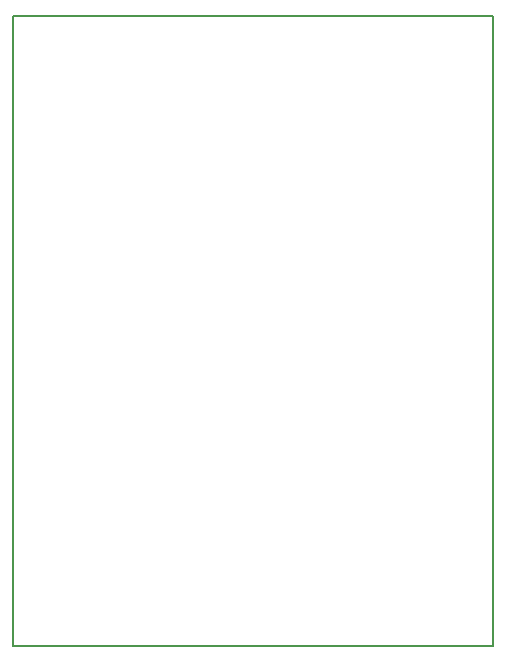
<source format=gbr>
G04 #@! TF.FileFunction,Profile,NP*
%FSLAX46Y46*%
G04 Gerber Fmt 4.6, Leading zero omitted, Abs format (unit mm)*
G04 Created by KiCad (PCBNEW 4.0.7) date Wednesday, 04 July 2018 'PMt' 21:27:38*
%MOMM*%
%LPD*%
G01*
G04 APERTURE LIST*
%ADD10C,0.100000*%
%ADD11C,0.150000*%
G04 APERTURE END LIST*
D10*
D11*
X170180000Y-78740000D02*
X129540000Y-78740000D01*
X170180000Y-132080000D02*
X170180000Y-78740000D01*
X129540000Y-132080000D02*
X170180000Y-132080000D01*
X129540000Y-78740000D02*
X129540000Y-132080000D01*
M02*

</source>
